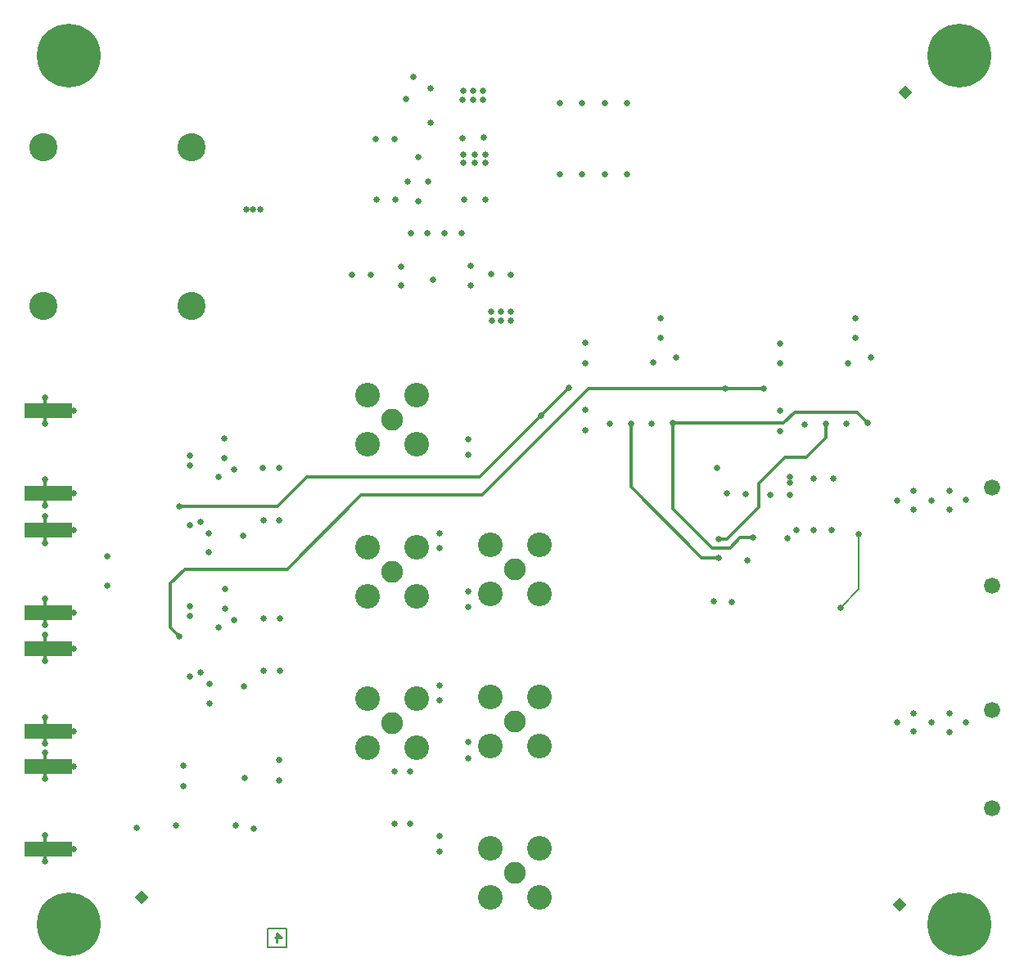
<source format=gbr>
G04*
G04 #@! TF.GenerationSoftware,Altium Limited,Altium Designer,23.7.1 (13)*
G04*
G04 Layer_Physical_Order=4*
G04 Layer_Color=16711680*
%FSAX43Y43*%
%MOMM*%
G71*
G04*
G04 #@! TF.SameCoordinates,32F7D0E7-751F-4841-97B5-8499A226923E*
G04*
G04*
G04 #@! TF.FilePolarity,Positive*
G04*
G01*
G75*
%ADD12C,0.200*%
%ADD14R,4.900X1.600*%
%ADD41C,2.550*%
%ADD42C,2.250*%
%ADD43C,2.910*%
%ADD45C,0.300*%
%ADD49P,1.414X4X360.0*%
%ADD52C,0.150*%
%ADD56C,1.680*%
%ADD57C,6.600*%
%ADD58C,0.650*%
%ADD59C,0.250*%
D12*
X0025500Y0002700D02*
X0027400D01*
X0025500Y0004600D02*
X0027400D01*
Y0002700D02*
Y0004600D01*
X0025500Y0002700D02*
Y0004600D01*
D14*
X0002750Y0049671D02*
D03*
Y0058191D02*
D03*
Y0025060D02*
D03*
Y0033580D02*
D03*
Y0037315D02*
D03*
Y0045835D02*
D03*
Y0012855D02*
D03*
Y0021375D02*
D03*
D41*
X0035760Y0028430D02*
D03*
X0040840D02*
D03*
Y0023350D02*
D03*
X0035760D02*
D03*
X0048510Y0012940D02*
D03*
X0053590D02*
D03*
Y0007860D02*
D03*
X0048510D02*
D03*
X0035760Y0044055D02*
D03*
X0040840D02*
D03*
Y0038975D02*
D03*
X0035760D02*
D03*
X0048510Y0028565D02*
D03*
X0053590D02*
D03*
Y0023485D02*
D03*
X0048510D02*
D03*
X0035760Y0059805D02*
D03*
X0040840D02*
D03*
Y0054725D02*
D03*
X0035760D02*
D03*
X0048510Y0044315D02*
D03*
X0053590D02*
D03*
Y0039235D02*
D03*
X0048510D02*
D03*
D42*
X0038300Y0025890D02*
D03*
X0051050Y0010400D02*
D03*
X0038300Y0041515D02*
D03*
X0051050Y0026025D02*
D03*
X0038300Y0057265D02*
D03*
X0051050Y0041775D02*
D03*
D43*
X0002250Y0085475D02*
D03*
X0017550D02*
D03*
X0002250Y0069025D02*
D03*
X0017550D02*
D03*
D45*
X0002434Y0012872D02*
Y0014280D01*
X0002434Y0012872D02*
X0002434Y0012872D01*
Y0011555D02*
Y0012872D01*
X0002450Y0012855D02*
X0005409D01*
X0002434Y0012872D02*
X0002434Y0012872D01*
X0002450Y0012855D01*
X0002434Y0021392D02*
Y0022800D01*
X0002434Y0021392D02*
X0002434Y0021392D01*
Y0020075D02*
Y0021392D01*
X0002450Y0021375D02*
X0005409D01*
X0002434Y0021392D02*
X0002434Y0021392D01*
X0002450Y0021375D01*
X0002434Y0025076D02*
Y0026485D01*
X0002434Y0025076D02*
X0002434Y0025076D01*
Y0023760D02*
Y0025076D01*
X0002450Y0025060D02*
X0005409D01*
X0002434Y0025076D02*
X0002434Y0025076D01*
X0002450Y0025060D01*
X0002434Y0033596D02*
Y0035005D01*
X0002434Y0033596D02*
X0002434Y0033596D01*
Y0032280D02*
Y0033596D01*
X0002450Y0033580D02*
X0005409D01*
X0002434Y0033596D02*
X0002434Y0033596D01*
X0002450Y0033580D01*
X0002434Y0037331D02*
Y0038740D01*
X0002434Y0037331D02*
X0002434Y0037331D01*
Y0036015D02*
Y0037331D01*
X0002450Y0037315D02*
X0005409D01*
X0002434Y0037331D02*
X0002434Y0037331D01*
X0002450Y0037315D01*
X0002434Y0045851D02*
Y0047260D01*
X0002434Y0045851D02*
X0002434Y0045851D01*
Y0044535D02*
Y0045851D01*
X0002450Y0045835D02*
X0005409D01*
X0002434Y0045851D02*
X0002434Y0045851D01*
X0002450Y0045835D01*
X0002434Y0049687D02*
Y0051096D01*
X0002434Y0049687D02*
X0002434Y0049687D01*
Y0048371D02*
Y0049687D01*
X0002450Y0049671D02*
X0005409D01*
X0002434Y0049687D02*
X0002434Y0049687D01*
X0002450Y0049671D01*
X0002450Y0058191D02*
X0002466Y0058175D01*
X0002450Y0058191D02*
X0002450Y0058191D01*
X0002466Y0058175D02*
X0005425D01*
X0002450Y0056875D02*
Y0058191D01*
X0002450Y0058191D02*
X0002450Y0058191D01*
Y0059600D01*
X0086400Y0058075D02*
X0087550Y0056925D01*
X0078825Y0056950D02*
X0079950Y0058075D01*
X0086400D01*
X0067400Y0056950D02*
X0078825D01*
X0067400Y0048050D02*
Y0056950D01*
Y0048050D02*
X0071450Y0044000D01*
X0074334Y0045050D02*
X0075700D01*
X0073284Y0044000D02*
X0074334Y0045050D01*
X0071450Y0044000D02*
X0073284D01*
X0072075Y0044925D02*
X0072995D01*
X0076275Y0048205D01*
X0047400Y0051350D02*
X0053725Y0057675D01*
X0029500Y0051350D02*
X0047400D01*
X0056612Y0060550D02*
X0056625D01*
X0053737Y0057675D02*
X0056612Y0060550D01*
X0053725Y0057675D02*
X0053737D01*
X0058675Y0060500D02*
X0072825D01*
X0047625Y0049450D02*
X0058675Y0060500D01*
X0076762Y0060513D02*
X0076775Y0060525D01*
X0072838Y0060513D02*
X0076762D01*
X0072825Y0060500D02*
X0072838Y0060513D01*
X0076275Y0050675D02*
X0079000Y0053400D01*
X0081175D02*
X0083200Y0055425D01*
X0079000Y0053400D02*
X0081175D01*
X0076275Y0048205D02*
Y0050675D01*
X0063050Y0050300D02*
X0070375Y0042975D01*
X0072075D01*
X0016300Y0048325D02*
X0026475D01*
X0029500Y0051350D01*
X0015425Y0035750D02*
Y0040350D01*
X0016900Y0041825D02*
X0027475D01*
X0015425Y0040350D02*
X0016900Y0041825D01*
X0015425Y0035750D02*
X0016300Y0034875D01*
X0035100Y0049450D02*
X0047625D01*
X0027475Y0041825D02*
X0035100Y0049450D01*
X0063050Y0050300D02*
Y0056850D01*
X0083200Y0055425D02*
Y0056825D01*
D49*
X0091425Y0091175D02*
D03*
X0090800Y0007075D02*
D03*
X0012400Y0007800D02*
D03*
D52*
X0086575Y0039725D02*
Y0045400D01*
X0084700Y0037850D02*
X0086575Y0039725D01*
D56*
X0100375Y0050214D02*
D03*
Y0040054D02*
D03*
Y0027214D02*
D03*
Y0017054D02*
D03*
D57*
X0097000Y0095000D02*
D03*
Y0005000D02*
D03*
X0004900Y0095000D02*
D03*
Y0005000D02*
D03*
D58*
X0084700Y0037850D02*
D03*
X0086575Y0045400D02*
D03*
X0090550Y0025925D02*
D03*
X0092250Y0025000D02*
D03*
Y0026900D02*
D03*
X0094100Y0025925D02*
D03*
X0095975Y0024950D02*
D03*
X0095950Y0026875D02*
D03*
X0097675Y0025950D02*
D03*
Y0048950D02*
D03*
X0095950Y0049875D02*
D03*
X0095975Y0047950D02*
D03*
X0094100Y0048925D02*
D03*
X0092250Y0049900D02*
D03*
Y0048000D02*
D03*
X0090550Y0048925D02*
D03*
X0024700Y0079075D02*
D03*
X0023225Y0079050D02*
D03*
X0075075Y0042700D02*
D03*
X0072075Y0044925D02*
D03*
X0008900Y0040075D02*
D03*
Y0043125D02*
D03*
X0002434Y0014280D02*
D03*
Y0011555D02*
D03*
X0005409Y0012855D02*
D03*
X0002434Y0022800D02*
D03*
Y0020075D02*
D03*
X0005409Y0021375D02*
D03*
X0002434Y0026485D02*
D03*
Y0023760D02*
D03*
X0005409Y0025060D02*
D03*
X0002434Y0035005D02*
D03*
Y0032280D02*
D03*
X0005409Y0033580D02*
D03*
X0002434Y0038740D02*
D03*
Y0036015D02*
D03*
X0005409Y0037315D02*
D03*
X0002434Y0047260D02*
D03*
Y0044535D02*
D03*
X0005409Y0045835D02*
D03*
X0002434Y0051096D02*
D03*
Y0048371D02*
D03*
X0005409Y0049671D02*
D03*
X0005425Y0058175D02*
D03*
X0002450Y0056875D02*
D03*
Y0059600D02*
D03*
X0041050Y0084425D02*
D03*
X0050625Y0067550D02*
D03*
X0048625D02*
D03*
X0049600Y0067525D02*
D03*
X0049575Y0068425D02*
D03*
X0048600Y0068450D02*
D03*
X0047947Y0084697D02*
D03*
X0045722D02*
D03*
X0046872D02*
D03*
X0046875Y0083850D02*
D03*
X0045725D02*
D03*
X0047750Y0091350D02*
D03*
X0046750Y0091325D02*
D03*
X0045675Y0091300D02*
D03*
X0045650Y0090400D02*
D03*
X0046725D02*
D03*
X0045500Y0076575D02*
D03*
X0043725D02*
D03*
X0042000D02*
D03*
X0040250Y0076550D02*
D03*
X0055711Y0082650D02*
D03*
X0062650Y0082675D02*
D03*
X0060325D02*
D03*
X0058000D02*
D03*
X0055686Y0090050D02*
D03*
X0062650Y0090075D02*
D03*
X0060325D02*
D03*
X0058000D02*
D03*
X0050600Y0068450D02*
D03*
X0050625Y0072300D02*
D03*
X0048600Y0072325D02*
D03*
X0046475Y0073175D02*
D03*
X0046450Y0071125D02*
D03*
X0039275Y0071150D02*
D03*
Y0073150D02*
D03*
X0042550Y0071725D02*
D03*
X0039800Y0090450D02*
D03*
X0041050Y0079875D02*
D03*
X0039925Y0081950D02*
D03*
X0047950Y0083850D02*
D03*
X0047750Y0090400D02*
D03*
X0040500Y0092775D02*
D03*
X0047950Y0080075D02*
D03*
X0045750Y0080050D02*
D03*
X0042075Y0081950D02*
D03*
X0038700Y0080050D02*
D03*
X0036700Y0080025D02*
D03*
X0047775Y0086475D02*
D03*
X0045625Y0086425D02*
D03*
X0042300Y0091550D02*
D03*
Y0088000D02*
D03*
X0038625Y0086350D02*
D03*
X0036625Y0086325D02*
D03*
X0036150Y0072300D02*
D03*
X0034175Y0072275D02*
D03*
X0023975Y0079075D02*
D03*
X0053725Y0057675D02*
D03*
X0072825Y0060500D02*
D03*
X0016300Y0034875D02*
D03*
Y0048325D02*
D03*
X0072075Y0042975D02*
D03*
X0058350Y0063125D02*
D03*
Y0058275D02*
D03*
X0066100Y0065775D02*
D03*
X0067675Y0063725D02*
D03*
X0058325Y0065200D02*
D03*
Y0056150D02*
D03*
X0066125Y0067800D02*
D03*
X0067400Y0056950D02*
D03*
X0065200Y0056875D02*
D03*
X0063050Y0056850D02*
D03*
X0060875Y0056825D02*
D03*
X0065324Y0063169D02*
D03*
X0056625Y0060550D02*
D03*
X0083200Y0056825D02*
D03*
X0087550Y0056925D02*
D03*
X0075700Y0045050D02*
D03*
X0085350Y0056850D02*
D03*
X0081025Y0056800D02*
D03*
X0076775Y0060525D02*
D03*
X0085474Y0063144D02*
D03*
X0087825Y0063700D02*
D03*
X0086250Y0065750D02*
D03*
X0086275Y0067775D02*
D03*
X0078500Y0058250D02*
D03*
X0078475Y0056125D02*
D03*
X0078500Y0063100D02*
D03*
X0078475Y0065175D02*
D03*
X0084000Y0051200D02*
D03*
X0081950D02*
D03*
X0079500Y0049450D02*
D03*
X0079475Y0051375D02*
D03*
Y0050725D02*
D03*
X0072950Y0049625D02*
D03*
X0077450Y0049450D02*
D03*
X0074950Y0049600D02*
D03*
X0071975Y0052300D02*
D03*
X0071600Y0038450D02*
D03*
X0073450Y0038425D02*
D03*
X0079200Y0045000D02*
D03*
X0080125Y0045825D02*
D03*
X0081925D02*
D03*
X0083775Y0045850D02*
D03*
X0040200Y0020850D02*
D03*
X0038550D02*
D03*
X0040200Y0015475D02*
D03*
X0038550Y0015450D02*
D03*
X0024050Y0014975D02*
D03*
X0026650Y0022050D02*
D03*
Y0019925D02*
D03*
X0023100Y0020200D02*
D03*
X0022200Y0015325D02*
D03*
X0015950D02*
D03*
X0016750Y0019350D02*
D03*
Y0021425D02*
D03*
X0043250Y0014150D02*
D03*
X0043275Y0012600D02*
D03*
X0046200Y0022250D02*
D03*
X0046175Y0023900D02*
D03*
X0043250Y0029775D02*
D03*
X0043275Y0028225D02*
D03*
X0046200Y0037875D02*
D03*
X0046175Y0039525D02*
D03*
X0011950Y0015025D02*
D03*
X0019425Y0027935D02*
D03*
Y0029960D02*
D03*
X0018525Y0031085D02*
D03*
X0021025Y0039735D02*
D03*
Y0037735D02*
D03*
X0022000Y0036510D02*
D03*
X0022975Y0029685D02*
D03*
X0017425Y0037935D02*
D03*
Y0030735D02*
D03*
X0025000Y0036685D02*
D03*
X0026700Y0031260D02*
D03*
Y0036685D02*
D03*
X0017425Y0036935D02*
D03*
X0020400Y0035760D02*
D03*
X0025025Y0031285D02*
D03*
X0018500Y0046675D02*
D03*
X0019400Y0045550D02*
D03*
Y0043525D02*
D03*
X0022950Y0045275D02*
D03*
X0017400Y0046325D02*
D03*
Y0052525D02*
D03*
X0026675Y0046850D02*
D03*
X0025000Y0046875D02*
D03*
X0024975Y0052275D02*
D03*
X0026675D02*
D03*
X0020375Y0051350D02*
D03*
X0021975Y0052100D02*
D03*
X0021000Y0053325D02*
D03*
Y0055325D02*
D03*
X0017400Y0053525D02*
D03*
X0046200Y0053625D02*
D03*
X0046175Y0055275D02*
D03*
X0043275Y0043975D02*
D03*
X0043250Y0045525D02*
D03*
D59*
X0026365Y0003148D02*
Y0004147D01*
X0026865Y0003647D01*
X0026198D01*
M02*

</source>
